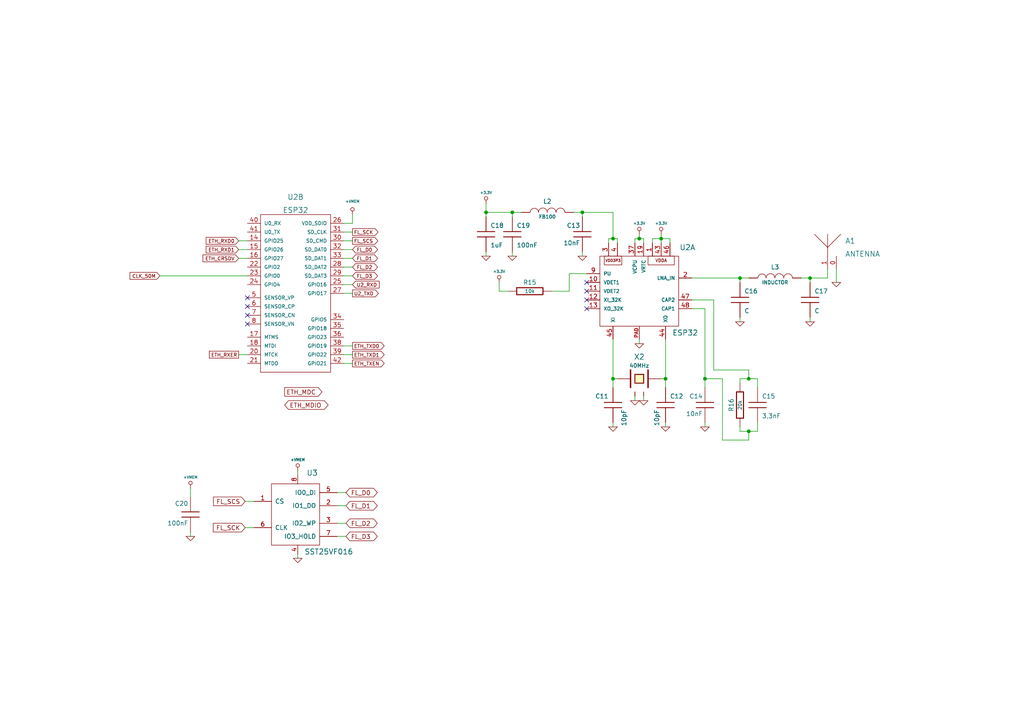
<source format=kicad_sch>
(kicad_sch (version 20211123) (generator eeschema)
  (paper "A4")
  (title_block (title "Cowmotics Aquarea : Processor (and wifi)") (date "2022-01-10") (rev "1") (company "Agilack") (comment 1 "Licence: CC-by-SA"))
  (lib_symbols
    (symbol "cowmotics-aquarea:+3.3V" (power) (pin_names (offset 0))
      (property "Value" "+3.3V" (at 0 2.794 0))
      (symbol "+3.3V_0_0"
        (pin power_in line (at 0 0 90) (length 0) hide (name "+3.3V") (number "1"))
      )
      (symbol "+3.3V_0_1"
        (polyline (pts (xy 0 0) (xy 0 1.016) (xy 0 1.016)))
        (circle (center 0 1.524) (radius 0.508))
      )
    )
    (symbol "cowmotics-aquarea:+VMEM" (power) (pin_names (offset 0))
      (property "Value" "+VMEM" (at 0 2.794 0))
      (symbol "+VMEM_0_0"
        (pin power_in line (at 0 0 90) (length 0) hide (name "+VMEM") (number "1"))
      )
      (symbol "+VMEM_0_1"
        (polyline (pts (xy 0 0) (xy 0 1.016) (xy 0 1.016)))
        (circle (center 0 1.524) (radius 0.508))
      )
    )
    (symbol "cowmotics-aquarea:ANTENNA" (pin_names (offset 1.016))
      (property "Reference" "A" (at 2.54 3.81 0))
      (property "Value" "ANTENNA" (at 0 11.43 0))
      (symbol "ANTENNA_0_1"
        (polyline (pts (xy 0 6.35) (xy 0 10.16)))
        (polyline (pts (xy 0 6.35) (xy 3.81 10.16)))
        (polyline (pts (xy 0 3.81) (xy 0 6.35) (xy 0 6.35)))
        (polyline (pts (xy 0 6.35) (xy -3.81 10.16) (xy -3.81 10.16)))
      )
      (symbol "ANTENNA_1_1"
        (pin input line (at -2.54 0 90) (length 3.81) (name "~") (number "0"))
        (pin input line (at 0 0 90) (length 3.81) (name "~") (number "1"))
      )
    )
    (symbol "cowmotics-aquarea:C" (pin_numbers hide) (pin_names (offset 0.254))
      (property "Reference" "C" (at 1.27 2.54 0))
      (property "Value" "C" (at 1.27 -2.54 0))
      (symbol "C_0_1"
        (polyline (pts (xy -2.54 -0.762) (xy 2.54 -0.762)) (stroke (width 0.254)))
        (polyline (pts (xy -2.54 0.762) (xy 2.54 0.762)) (stroke (width 0.254)))
      )
      (symbol "C_1_1"
        (pin passive line (at 0 5.08 270) (length 4.318) (name "~") (number "1"))
        (pin passive line (at 0 -5.08 90) (length 4.318) (name "~") (number "2"))
      )
    )
    (symbol "cowmotics-aquarea:CRYSTAL4" (pin_numbers hide) (pin_names (offset 1.016) hide)
      (property "Reference" "X" (at 0 6.35 0))
      (property "Value" "CRYSTAL4" (at 0 3.81 0))
      (symbol "CRYSTAL4_0_1"
        (polyline (pts (xy -2.54 2.54) (xy -2.54 -2.54)) (stroke (width 0.4064)))
        (polyline (pts (xy 2.54 2.54) (xy 2.54 -2.54)) (stroke (width 0.4064)))
        (polyline (pts (xy -1.27 1.27) (xy 1.27 1.27) (xy 1.27 -1.27) (xy -1.27 -1.27) (xy -1.27 1.27)) (stroke (width 0.3048)) (fill (type background)))
      )
      (symbol "CRYSTAL4_1_1"
        (pin passive line (at 6.35 0 180) (length 3.81) (name "1") (number "1"))
        (pin passive line (at -1.27 -5.08 90) (length 1.27) (name "2") (number "2"))
        (pin passive line (at -6.35 0 0) (length 3.81) (name "3") (number "3"))
        (pin passive line (at 1.27 -5.08 90) (length 1.27) (name "4") (number "4"))
      )
    )
    (symbol "cowmotics-aquarea:ESP32" (pin_names (offset 1.016))
      (property "Reference" "U" (at 0 24.13 0))
      (property "Value" "ESP32" (at 0 -24.13 0))
      (symbol "ESP32_1_0"
        (rectangle (start -11.43 10.16) (end 11.43 -10.16))
        (rectangle (start -10.16 10.16) (end -5.08 7.62))
        (rectangle (start 2.54 10.16) (end 10.16 7.62))
        (text "VDD3P3" (at -7.62 8.89 0) (effects (font (size 0.762 0.762))))
        (text "VDDA" (at 6.35 8.89 0) (effects (font (size 0.889 0.889))))
      )
      (symbol "ESP32_1_1"
        (pin power_in line (at 3.81 13.97 270) (length 3.81) (name "~") (number "1"))
        (pin input line (at -15.24 2.54 0) (length 3.81) (name "VDET1") (number "10"))
        (pin input line (at -15.24 0 0) (length 3.81) (name "VDET2") (number "11"))
        (pin input line (at -15.24 -2.54 0) (length 3.81) (name "XI_32K") (number "12"))
        (pin input line (at -15.24 -5.08 0) (length 3.81) (name "XO_32K") (number "13"))
        (pin power_in line (at 1.27 13.97 270) (length 3.81) (name "VRTC") (number "19"))
        (pin bidirectional line (at 15.24 3.81 180) (length 3.81) (name "LNA_IN") (number "2"))
        (pin power_in line (at -8.89 13.97 270) (length 3.81) (name "~") (number "3"))
        (pin power_in line (at -1.27 13.97 270) (length 3.81) (name "VCPU") (number "37"))
        (pin power_in line (at -6.35 13.97 270) (length 3.81) (name "~") (number "4"))
        (pin power_in line (at 6.35 13.97 270) (length 3.81) (name "~") (number "43"))
        (pin output line (at 7.62 -13.97 90) (length 3.81) (name "XO") (number "44"))
        (pin input line (at -7.62 -13.97 90) (length 3.81) (name "XI") (number "45"))
        (pin power_in line (at 8.89 13.97 270) (length 3.81) (name "~") (number "46"))
        (pin passive line (at 15.24 -2.54 180) (length 3.81) (name "CAP2") (number "47"))
        (pin passive line (at 15.24 -5.08 180) (length 3.81) (name "CAP1") (number "48"))
        (pin input line (at -15.24 5.08 0) (length 3.81) (name "PU") (number "9"))
        (pin output line (at 0 -13.97 90) (length 3.81) (name "~") (number "PAD"))
      )
      (symbol "ESP32_2_0"
        (rectangle (start -10.16 22.86) (end 10.16 -22.86))
      )
      (symbol "ESP32_2_1"
        (pin bidirectional line (at -13.97 15.24 0) (length 3.81) (name "GPIO25") (number "14"))
        (pin bidirectional line (at -13.97 12.7 0) (length 3.81) (name "GPIO26") (number "15"))
        (pin bidirectional line (at -13.97 10.16 0) (length 3.81) (name "GPIO27") (number "16"))
        (pin bidirectional line (at -13.97 -12.7 0) (length 3.81) (name "MTMS") (number "17"))
        (pin bidirectional line (at -13.97 -15.24 0) (length 3.81) (name "MTDI") (number "18"))
        (pin bidirectional line (at -13.97 -17.78 0) (length 3.81) (name "MTCK") (number "20"))
        (pin bidirectional line (at -13.97 -20.32 0) (length 3.81) (name "MTDO") (number "21"))
        (pin bidirectional line (at -13.97 7.62 0) (length 3.81) (name "GPIO2") (number "22"))
        (pin bidirectional line (at -13.97 5.08 0) (length 3.81) (name "GPIO0") (number "23"))
        (pin bidirectional line (at -13.97 2.54 0) (length 3.81) (name "GPIO4") (number "24"))
        (pin bidirectional line (at 13.97 2.54 180) (length 3.81) (name "GPIO16") (number "25"))
        (pin power_out line (at 13.97 20.32 180) (length 3.81) (name "VDD_SDIO") (number "26"))
        (pin bidirectional line (at 13.97 0 180) (length 3.81) (name "GPIO17") (number "27"))
        (pin bidirectional line (at 13.97 7.62 180) (length 3.81) (name "SD_DAT2") (number "28"))
        (pin bidirectional line (at 13.97 5.08 180) (length 3.81) (name "SD_DAT3") (number "29"))
        (pin bidirectional line (at 13.97 15.24 180) (length 3.81) (name "SD_CMD") (number "30"))
        (pin bidirectional line (at 13.97 17.78 180) (length 3.81) (name "SD_CLK") (number "31"))
        (pin bidirectional line (at 13.97 12.7 180) (length 3.81) (name "SD_DAT0") (number "32"))
        (pin bidirectional line (at 13.97 10.16 180) (length 3.81) (name "SD_DAT1") (number "33"))
        (pin bidirectional line (at 13.97 -7.62 180) (length 3.81) (name "GPIO5") (number "34"))
        (pin bidirectional line (at 13.97 -10.16 180) (length 3.81) (name "GPIO18") (number "35"))
        (pin bidirectional line (at 13.97 -12.7 180) (length 3.81) (name "GPIO23") (number "36"))
        (pin bidirectional line (at 13.97 -15.24 180) (length 3.81) (name "GPIO19") (number "38"))
        (pin bidirectional line (at 13.97 -17.78 180) (length 3.81) (name "GPIO22") (number "39"))
        (pin bidirectional line (at -13.97 20.32 0) (length 3.81) (name "U0_RX") (number "40"))
        (pin bidirectional line (at -13.97 17.78 0) (length 3.81) (name "U0_TX") (number "41"))
        (pin bidirectional line (at 13.97 -20.32 180) (length 3.81) (name "GPIO21") (number "42"))
        (pin input line (at -13.97 -1.27 0) (length 3.81) (name "SENSOR_VP") (number "5"))
        (pin input line (at -13.97 -3.81 0) (length 3.81) (name "SENSOR_CP") (number "6"))
        (pin input line (at -13.97 -6.35 0) (length 3.81) (name "SENSOR_CN") (number "7"))
        (pin input line (at -13.97 -8.89 0) (length 3.81) (name "SENSOR_VN") (number "8"))
      )
    )
    (symbol "cowmotics-aquarea:GND" (power) (pin_names (offset 0))
      (symbol "GND_0_1"
        (polyline (pts (xy -1.27 0) (xy 0 -1.27) (xy 1.27 0) (xy -1.27 0)))
      )
      (symbol "GND_1_1"
        (pin power_in line (at 0 0 90) (length 0) hide (name "GND") (number "1"))
      )
    )
    (symbol "cowmotics-aquarea:INDUCTOR" (pin_numbers hide) (pin_names (offset 1.016) hide)
      (property "Reference" "L" (at -1.27 0 90))
      (property "Value" "INDUCTOR" (at 2.54 0 90))
      (symbol "INDUCTOR_0_1"
        (arc (start 0.0254 -5.0546) (mid 1.245 -3.7973) (end 0.0254 -2.54))
        (arc (start 0.0254 -2.5146) (mid 1.2704 -1.2319) (end 0.0254 0.0508))
        (arc (start 0.0254 0.0254) (mid 1.2704 1.3081) (end 0.0254 2.5908))
        (arc (start 0.0254 2.5654) (mid 1.1942 3.7719) (end 0.0254 4.9784))
      )
      (symbol "INDUCTOR_1_1"
        (pin passive line (at 0 7.62 270) (length 2.54) (name "1") (number "1"))
        (pin passive line (at 0 -7.62 90) (length 2.54) (name "2") (number "2"))
      )
    )
    (symbol "cowmotics-aquarea:R" (pin_numbers hide) (pin_names (offset 0))
      (property "Reference" "R" (at 2.032 0 90))
      (property "Value" "R" (at 0 0 90))
      (symbol "R_0_1"
        (rectangle (start -1.016 3.81) (end 1.016 -3.81) (stroke (width 0.3048)))
      )
      (symbol "R_1_1"
        (pin passive line (at 0 6.35 270) (length 2.54) (name "~") (number "1"))
        (pin passive line (at 0 -6.35 90) (length 2.54) (name "~") (number "2"))
      )
    )
    (symbol "cowmotics-aquarea:SST25VF016" (pin_names (offset 1.016))
      (property "Reference" "U" (at 3.81 11.43 0))
      (property "Value" "SST25VF016" (at 8.89 -11.43 0))
      (symbol "SST25VF016_0_1"
        (rectangle (start 6.35 8.89) (end -7.62 -8.89))
      )
      (symbol "SST25VF016_1_1"
        (pin input line (at -12.7 3.81 0) (length 5.08) (name "CS") (number "1"))
        (pin bidirectional line (at 11.43 2.54 180) (length 5.08) (name "IO1_DO") (number "2"))
        (pin bidirectional line (at 11.43 -2.54 180) (length 5.08) (name "IO2_WP") (number "3"))
        (pin power_in line (at 0 -11.43 90) (length 2.54) (name "~") (number "4"))
        (pin bidirectional line (at 11.43 6.35 180) (length 5.08) (name "IO0_DI") (number "5"))
        (pin input line (at -12.7 -3.81 0) (length 5.08) (name "CLK") (number "6"))
        (pin bidirectional line (at 11.43 -6.35 180) (length 5.08) (name "IO3_HOLD") (number "7"))
        (pin power_in line (at 0 11.43 270) (length 2.54) (name "~") (number "8"))
      )
    )
  )
  (junction (at 177.8 69.215))
  (junction (at 191.77 69.215))
  (junction (at 140.97 61.595))
  (junction (at 177.8 109.855))
  (junction (at 204.47 109.855))
  (junction (at 168.91 61.595))
  (junction (at 234.95 80.645))
  (junction (at 214.63 80.645))
  (junction (at 148.59 61.595))
  (junction (at 193.04 109.855))
  (junction (at 185.42 69.215))
  (junction (at 217.17 125.095))
  (junction (at 217.17 109.855))
  (no_connect (at 71.755 86.36))
  (no_connect (at 71.755 88.9))
  (no_connect (at 71.755 91.44))
  (no_connect (at 71.755 93.98))
  (no_connect (at 170.18 81.915))
  (no_connect (at 170.18 84.455))
  (no_connect (at 170.18 86.995))
  (no_connect (at 170.18 89.535))
  (wire (pts (xy 179.07 69.215) (xy 179.07 70.485)))
  (wire (pts (xy 168.91 62.865) (xy 168.91 61.595)))
  (wire (pts (xy 214.63 92.075) (xy 214.63 93.345)))
  (wire (pts (xy 168.91 73.025) (xy 168.91 74.295)))
  (wire (pts (xy 240.03 78.105) (xy 240.03 80.645)))
  (wire (pts (xy 166.37 61.595) (xy 168.91 61.595)))
  (wire (pts (xy 204.47 109.855) (xy 204.47 89.535)))
  (wire (pts (xy 242.57 78.105) (xy 242.57 81.915)))
  (wire (pts (xy 207.01 86.995) (xy 207.01 107.315)))
  (wire (pts (xy 97.79 146.685) (xy 100.33 146.685)))
  (wire (pts (xy 191.77 69.215) (xy 194.31 69.215)))
  (wire (pts (xy 69.215 74.93) (xy 71.755 74.93)))
  (wire (pts (xy 189.23 70.485) (xy 189.23 69.215)))
  (wire (pts (xy 191.77 67.945) (xy 191.77 69.215)))
  (wire (pts (xy 148.59 73.025) (xy 148.59 74.295)))
  (wire (pts (xy 148.59 61.595) (xy 151.13 61.595)))
  (wire (pts (xy 200.66 86.995) (xy 207.01 86.995)))
  (wire (pts (xy 204.47 122.555) (xy 204.47 123.825)))
  (wire (pts (xy 200.66 80.645) (xy 214.63 80.645)))
  (wire (pts (xy 217.17 107.315) (xy 217.17 109.855)))
  (wire (pts (xy 214.63 123.825) (xy 214.63 125.095)))
  (wire (pts (xy 140.97 73.025) (xy 140.97 74.295)))
  (wire (pts (xy 234.95 92.075) (xy 234.95 93.345)))
  (wire (pts (xy 165.1 79.375) (xy 170.18 79.375)))
  (wire (pts (xy 140.97 61.595) (xy 148.59 61.595)))
  (wire (pts (xy 186.69 114.935) (xy 186.69 116.205)))
  (wire (pts (xy 55.245 141.605) (xy 55.245 144.145)))
  (wire (pts (xy 99.695 105.41) (xy 102.235 105.41)))
  (wire (pts (xy 97.79 151.765) (xy 100.33 151.765)))
  (wire (pts (xy 177.8 69.215) (xy 179.07 69.215)))
  (wire (pts (xy 214.63 80.645) (xy 214.63 81.915)))
  (wire (pts (xy 185.42 98.425) (xy 185.42 99.695)))
  (wire (pts (xy 99.695 82.55) (xy 102.235 82.55)))
  (wire (pts (xy 240.03 80.645) (xy 234.95 80.645)))
  (wire (pts (xy 209.55 109.855) (xy 204.47 109.855)))
  (wire (pts (xy 99.695 72.39) (xy 102.235 72.39)))
  (wire (pts (xy 185.42 69.215) (xy 186.69 69.215)))
  (wire (pts (xy 214.63 109.855) (xy 217.17 109.855)))
  (wire (pts (xy 69.215 102.87) (xy 71.755 102.87)))
  (wire (pts (xy 194.31 69.215) (xy 194.31 70.485)))
  (wire (pts (xy 207.01 107.315) (xy 217.17 107.315)))
  (wire (pts (xy 160.02 84.455) (xy 165.1 84.455)))
  (wire (pts (xy 184.15 70.485) (xy 184.15 69.215)))
  (wire (pts (xy 177.8 98.425) (xy 177.8 109.855)))
  (wire (pts (xy 71.12 145.415) (xy 73.66 145.415)))
  (wire (pts (xy 69.215 72.39) (xy 71.755 72.39)))
  (wire (pts (xy 214.63 125.095) (xy 217.17 125.095)))
  (wire (pts (xy 71.12 153.035) (xy 73.66 153.035)))
  (wire (pts (xy 185.42 67.945) (xy 185.42 69.215)))
  (wire (pts (xy 234.95 80.645) (xy 232.41 80.645)))
  (wire (pts (xy 214.63 111.125) (xy 214.63 109.855)))
  (wire (pts (xy 99.695 100.33) (xy 102.235 100.33)))
  (wire (pts (xy 99.695 80.01) (xy 102.235 80.01)))
  (wire (pts (xy 177.8 122.555) (xy 177.8 123.825)))
  (wire (pts (xy 204.47 112.395) (xy 204.47 109.855)))
  (wire (pts (xy 214.63 80.645) (xy 217.17 80.645)))
  (wire (pts (xy 168.91 61.595) (xy 177.8 61.595)))
  (wire (pts (xy 148.59 62.865) (xy 148.59 61.595)))
  (wire (pts (xy 219.71 109.855) (xy 219.71 112.395)))
  (wire (pts (xy 97.79 155.575) (xy 100.33 155.575)))
  (wire (pts (xy 184.15 69.215) (xy 185.42 69.215)))
  (wire (pts (xy 217.17 127.635) (xy 209.55 127.635)))
  (wire (pts (xy 217.17 125.095) (xy 219.71 125.095)))
  (wire (pts (xy 99.695 69.85) (xy 102.235 69.85)))
  (wire (pts (xy 97.79 142.875) (xy 100.33 142.875)))
  (wire (pts (xy 86.36 136.525) (xy 86.36 137.795)))
  (wire (pts (xy 165.1 84.455) (xy 165.1 79.375)))
  (wire (pts (xy 191.77 69.215) (xy 191.77 70.485)))
  (wire (pts (xy 186.69 69.215) (xy 186.69 70.485)))
  (wire (pts (xy 55.245 154.305) (xy 55.245 155.575)))
  (wire (pts (xy 99.695 102.87) (xy 102.235 102.87)))
  (wire (pts (xy 193.04 109.855) (xy 193.04 112.395)))
  (wire (pts (xy 193.04 109.855) (xy 191.77 109.855)))
  (wire (pts (xy 102.235 62.23) (xy 102.235 64.77)))
  (wire (pts (xy 189.23 69.215) (xy 191.77 69.215)))
  (wire (pts (xy 144.78 81.915) (xy 144.78 84.455)))
  (wire (pts (xy 86.36 160.655) (xy 86.36 161.925)))
  (wire (pts (xy 217.17 109.855) (xy 219.71 109.855)))
  (wire (pts (xy 217.17 125.095) (xy 217.17 127.635)))
  (wire (pts (xy 144.78 84.455) (xy 147.32 84.455)))
  (wire (pts (xy 140.97 62.865) (xy 140.97 61.595)))
  (wire (pts (xy 99.695 77.47) (xy 102.235 77.47)))
  (wire (pts (xy 177.8 109.855) (xy 177.8 112.395)))
  (wire (pts (xy 99.695 67.31) (xy 102.235 67.31)))
  (wire (pts (xy 176.53 70.485) (xy 176.53 69.215)))
  (wire (pts (xy 46.355 80.01) (xy 71.755 80.01)))
  (wire (pts (xy 193.04 98.425) (xy 193.04 109.855)))
  (wire (pts (xy 204.47 89.535) (xy 200.66 89.535)))
  (wire (pts (xy 99.695 85.09) (xy 102.235 85.09)))
  (wire (pts (xy 69.215 69.85) (xy 71.755 69.85)))
  (wire (pts (xy 99.695 74.93) (xy 102.235 74.93)))
  (wire (pts (xy 177.8 61.595) (xy 177.8 69.215)))
  (wire (pts (xy 234.95 81.915) (xy 234.95 80.645)))
  (wire (pts (xy 102.235 64.77) (xy 99.695 64.77)))
  (wire (pts (xy 176.53 69.215) (xy 177.8 69.215)))
  (wire (pts (xy 209.55 127.635) (xy 209.55 109.855)))
  (wire (pts (xy 177.8 109.855) (xy 179.07 109.855)))
  (wire (pts (xy 219.71 125.095) (xy 219.71 122.555)))
  (wire (pts (xy 184.15 114.935) (xy 184.15 116.205)))
  (wire (pts (xy 140.97 59.055) (xy 140.97 61.595)))
  (wire (pts (xy 193.04 122.555) (xy 193.04 123.825)))
  (global_label "FL_SCS" (shape output) (at 102.235 69.85 0) (effects (font (size 1.016 1.016))) (property "Intersheet References" "${INTERSHEET_REFS}" (effects hide)))
  (global_label "FL_SCS" (shape input) (at 71.12 145.415 180) (property "Intersheet References" "${INTERSHEET_REFS}" (effects hide)))
  (global_label "ETH_MDIO" (shape bidirectional) (at 82.55 117.475 0) (property "Intersheet References" "${INTERSHEET_REFS}" (effects hide)))
  (global_label "ETH_TXD1" (shape output) (at 102.235 102.87 0) (effects (font (size 1.016 1.016))) (property "Intersheet References" "${INTERSHEET_REFS}" (effects hide)))
  (global_label "CLK_50M" (shape input) (at 46.355 80.01 180) (effects (font (size 1.016 1.016))) (property "Intersheet References" "${INTERSHEET_REFS}" (effects hide)))
  (global_label "FL_D1" (shape bidirectional) (at 102.235 74.93 0) (effects (font (size 1.016 1.016))) (property "Intersheet References" "${INTERSHEET_REFS}" (effects hide)))
  (global_label "ETH_TXD0" (shape output) (at 102.235 100.33 0) (effects (font (size 1.016 1.016))) (property "Intersheet References" "${INTERSHEET_REFS}" (effects hide)))
  (global_label "FL_D2" (shape bidirectional) (at 102.235 77.47 0) (effects (font (size 1.016 1.016))) (property "Intersheet References" "${INTERSHEET_REFS}" (effects hide)))
  (global_label "U2_TXD" (shape output) (at 102.235 85.09 0) (effects (font (size 1.016 1.016))) (property "Intersheet References" "${INTERSHEET_REFS}" (effects hide)))
  (global_label "ETH_CRSDV" (shape input) (at 69.215 74.93 180) (effects (font (size 1.016 1.016))) (property "Intersheet References" "${INTERSHEET_REFS}" (effects hide)))
  (global_label "ETH_RXD1" (shape input) (at 69.215 72.39 180) (effects (font (size 1.016 1.016))) (property "Intersheet References" "${INTERSHEET_REFS}" (effects hide)))
  (global_label "ETH_MDC" (shape output) (at 82.55 113.665 0) (property "Intersheet References" "${INTERSHEET_REFS}" (effects hide)))
  (global_label "ETH_TXEN" (shape output) (at 102.235 105.41 0) (effects (font (size 1.016 1.016))) (property "Intersheet References" "${INTERSHEET_REFS}" (effects hide)))
  (global_label "FL_D0" (shape bidirectional) (at 102.235 72.39 0) (effects (font (size 1.016 1.016))) (property "Intersheet References" "${INTERSHEET_REFS}" (effects hide)))
  (global_label "U2_RXD" (shape input) (at 102.235 82.55 0) (effects (font (size 1.016 1.016))) (property "Intersheet References" "${INTERSHEET_REFS}" (effects hide)))
  (global_label "FL_SCK" (shape input) (at 71.12 153.035 180) (property "Intersheet References" "${INTERSHEET_REFS}" (effects hide)))
  (global_label "FL_SCK" (shape output) (at 102.235 67.31 0) (effects (font (size 1.016 1.016))) (property "Intersheet References" "${INTERSHEET_REFS}" (effects hide)))
  (global_label "FL_D2" (shape bidirectional) (at 100.33 151.765 0) (property "Intersheet References" "${INTERSHEET_REFS}" (effects hide)))
  (global_label "ETH_RXER" (shape passive) (at 69.215 102.87 180) (effects (font (size 1.016 1.016))) (property "Intersheet References" "${INTERSHEET_REFS}" (effects hide)))
  (global_label "ETH_RXD0" (shape input) (at 69.215 69.85 180) (effects (font (size 1.016 1.016))) (property "Intersheet References" "${INTERSHEET_REFS}" (effects hide)))
  (global_label "FL_D3" (shape bidirectional) (at 100.33 155.575 0) (property "Intersheet References" "${INTERSHEET_REFS}" (effects hide)))
  (global_label "FL_D1" (shape bidirectional) (at 100.33 146.685 0) (property "Intersheet References" "${INTERSHEET_REFS}" (effects hide)))
  (global_label "FL_D0" (shape bidirectional) (at 100.33 142.875 0) (property "Intersheet References" "${INTERSHEET_REFS}" (effects hide)))
  (global_label "FL_D3" (shape bidirectional) (at 102.235 80.01 0) (effects (font (size 1.016 1.016))) (property "Intersheet References" "${INTERSHEET_REFS}" (effects hide)))
  (symbol (lib_id "cowmotics-aquarea:C") (at 204.47 117.475 0) (unit 1)
    (property "Reference" "C14" (at 203.835 114.935 0) (effects (justify right)))
    (property "Value" "10nF" (at 203.835 120.015 0) (effects (justify right)))
    (property "Footprint" "cowmotics-aquarea:SMD0603" (effects hide))
  )
  (symbol (lib_id "cowmotics-aquarea:INDUCTOR") (at 224.79 80.645 90) (unit 1)
    (property "Reference" "L3" (at 224.79 77.47 90))
    (property "Value" "INDUCTOR" (at 224.79 81.915 90) (effects (font (size 1.016 1.016))))
    (property "Footprint" "cowmotics-aquarea:SMD0603" (effects hide))
  )
  (symbol (lib_id "cowmotics-aquarea:R") (at 153.67 84.455 90) (unit 1)
    (property "Reference" "R15" (at 153.67 81.915 90))
    (property "Value" "10k" (at 153.67 84.455 90) (effects (font (size 1.016 1.016))))
    (property "Footprint" "cowmotics-aquarea:SMD0603" (effects hide))
  )
  (symbol (lib_id "cowmotics-aquarea:GND") (at 86.36 161.925 0) (unit 1)
    (property "Reference" "#PWR0142" (effects hide))
    (property "Value" "GND" (effects hide))
  )
  (symbol (lib_id "cowmotics-aquarea:C") (at 219.71 117.475 0) (unit 1)
    (property "Reference" "C15" (at 220.98 114.935 0) (effects (justify left)))
    (property "Value" "3,3nF" (at 220.98 120.65 0) (effects (justify left)))
    (property "Footprint" "cowmotics-aquarea:SMD0603" (effects hide))
  )
  (symbol (lib_id "cowmotics-aquarea:C") (at 193.04 117.475 0) (unit 1)
    (property "Reference" "C12" (at 194.31 114.935 0) (effects (justify left)))
    (property "Value" "10pF" (at 190.5 118.745 90) (effects (justify right)))
    (property "Footprint" "cowmotics-aquarea:SMD0603" (effects hide))
  )
  (symbol (lib_id "cowmotics-aquarea:GND") (at 140.97 74.295 0) (unit 1)
    (property "Reference" "#PWR0140" (effects hide))
    (property "Value" "GND" (effects hide))
  )
  (symbol (lib_id "cowmotics-aquarea:C") (at 214.63 86.995 0) (unit 1)
    (property "Reference" "C16" (at 215.9 84.455 0) (effects (justify left)))
    (property "Value" "C" (at 215.9 90.17 0) (effects (justify left)))
    (property "Footprint" "cowmotics-aquarea:SMD0603" (effects hide))
  )
  (symbol (lib_id "cowmotics-aquarea:+3.3V") (at 185.42 67.945 0) (unit 1)
    (property "Reference" "#PWR0133" (effects hide))
    (property "Value" "+3.3V" (at 185.42 64.77 0) (effects (font (size 0.762 0.762))))
  )
  (symbol (lib_id "cowmotics-aquarea:GND") (at 184.15 116.205 0) (unit 1)
    (property "Reference" "#PWR0129" (effects hide))
    (property "Value" "GND" (effects hide))
  )
  (symbol (lib_id "cowmotics-aquarea:INDUCTOR") (at 158.75 61.595 90) (unit 1)
    (property "Reference" "L2" (at 158.75 58.42 90))
    (property "Value" "FB100" (at 158.75 62.865 90) (effects (font (size 1.016 1.016))))
    (property "Footprint" "cowmotics-aquarea:SMD0603" (effects hide))
  )
  (symbol (lib_id "cowmotics-aquarea:GND") (at 204.47 123.825 0) (unit 1)
    (property "Reference" "#PWR0136" (effects hide))
    (property "Value" "GND" (effects hide))
  )
  (symbol (lib_id "cowmotics-aquarea:ESP32") (at 185.42 84.455 0) (unit 1)
    (property "Reference" "U2" (at 199.39 71.755 0) (effects (font (size 1.524 1.524))))
    (property "Value" "ESP32" (at 198.755 96.52 0) (effects (font (size 1.524 1.524))))
    (property "Footprint" "cowmotics-aquarea:QFN48-04" (effects hide))
  )
  (symbol (lib_id "cowmotics-aquarea:GND") (at 214.63 93.345 0) (unit 1)
    (property "Reference" "#PWR0131" (effects hide))
    (property "Value" "GND" (effects hide))
  )
  (symbol (lib_id "cowmotics-aquarea:+VMEM") (at 86.36 136.525 0) (unit 1)
    (property "Reference" "#PWR0143" (effects hide))
    (property "Value" "+VMEM" (at 86.36 133.35 0) (effects (font (size 0.762 0.762))))
  )
  (symbol (lib_id "cowmotics-aquarea:GND") (at 242.57 81.915 0) (unit 1)
    (property "Reference" "#PWR0137" (effects hide))
    (property "Value" "GND" (effects hide))
  )
  (symbol (lib_id "cowmotics-aquarea:ESP32") (at 85.725 85.09 0) (unit 2)
    (property "Reference" "U2" (at 85.725 57.15 0) (effects (font (size 1.524 1.524))))
    (property "Value" "ESP32" (at 85.725 60.96 0) (effects (font (size 1.524 1.524))))
    (property "Footprint" "cowmotics-aquarea:QFN48-04" (effects hide))
  )
  (symbol (lib_id "cowmotics-aquarea:+VMEM") (at 102.235 62.23 0) (unit 1)
    (property "Reference" "#PWR0144" (effects hide))
    (property "Value" "+VMEM" (at 102.235 58.42 0) (effects (font (size 0.762 0.762))))
  )
  (symbol (lib_id "cowmotics-aquarea:C") (at 148.59 67.945 0) (unit 1)
    (property "Reference" "C19" (at 149.86 65.405 0) (effects (justify left)))
    (property "Value" "100nF" (at 149.86 71.12 0) (effects (justify left)))
    (property "Footprint" "cowmotics-aquarea:SMD0603" (effects hide))
  )
  (symbol (lib_id "cowmotics-aquarea:GND") (at 186.69 116.205 0) (unit 1)
    (property "Reference" "#PWR0130" (effects hide))
    (property "Value" "GND" (effects hide))
  )
  (symbol (lib_id "cowmotics-aquarea:+3.3V") (at 144.78 81.915 0) (unit 1)
    (property "Reference" "#PWR0132" (effects hide))
    (property "Value" "+3.3V" (at 144.78 78.74 0) (effects (font (size 0.762 0.762))))
  )
  (symbol (lib_id "cowmotics-aquarea:C") (at 55.245 149.225 0) (unit 1)
    (property "Reference" "C20" (at 54.61 146.05 0) (effects (justify right)))
    (property "Value" "100nF" (at 54.61 151.765 0) (effects (justify right)))
    (property "Footprint" "cowmotics-aquarea:SMD0603" (effects hide))
  )
  (symbol (lib_id "cowmotics-aquarea:GND") (at 168.91 74.295 0) (unit 1)
    (property "Reference" "#PWR0135" (effects hide))
    (property "Value" "GND" (effects hide))
  )
  (symbol (lib_id "cowmotics-aquarea:GND") (at 185.42 99.695 0) (unit 1)
    (property "Reference" "#PWR0126" (effects hide))
    (property "Value" "GND" (effects hide))
  )
  (symbol (lib_id "cowmotics-aquarea:C") (at 140.97 67.945 0) (unit 1)
    (property "Reference" "C18" (at 142.24 65.405 0) (effects (justify left)))
    (property "Value" "1uF" (at 142.24 71.12 0) (effects (justify left)))
    (property "Footprint" "cowmotics-aquarea:SMD0603" (effects hide))
  )
  (symbol (lib_id "cowmotics-aquarea:+VMEM") (at 55.245 141.605 0) (unit 1)
    (property "Reference" "#PWR0145" (effects hide))
    (property "Value" "+VMEM" (at 55.245 138.43 0) (effects (font (size 0.762 0.762))))
  )
  (symbol (lib_id "cowmotics-aquarea:+3.3V") (at 191.77 67.945 0) (unit 1)
    (property "Reference" "#PWR0134" (effects hide))
    (property "Value" "+3.3V" (at 191.77 64.77 0) (effects (font (size 0.762 0.762))))
  )
  (symbol (lib_id "cowmotics-aquarea:R") (at 214.63 117.475 0) (unit 1)
    (property "Reference" "R16" (at 212.09 117.475 90))
    (property "Value" "20k" (at 214.63 117.475 90) (effects (font (size 1.016 1.016))))
    (property "Footprint" "cowmotics-aquarea:SMD0603" (effects hide))
  )
  (symbol (lib_id "cowmotics-aquarea:GND") (at 234.95 93.345 0) (unit 1)
    (property "Reference" "#PWR0138" (effects hide))
    (property "Value" "GND" (effects hide))
  )
  (symbol (lib_id "cowmotics-aquarea:C") (at 177.8 117.475 0) (unit 1)
    (property "Reference" "C11" (at 176.53 114.935 0) (effects (justify right)))
    (property "Value" "10pF" (at 180.975 118.745 90) (effects (justify right)))
    (property "Footprint" "cowmotics-aquarea:SMD0603" (effects hide))
  )
  (symbol (lib_id "cowmotics-aquarea:GND") (at 193.04 123.825 0) (unit 1)
    (property "Reference" "#PWR0128" (effects hide))
    (property "Value" "GND" (effects hide))
  )
  (symbol (lib_id "cowmotics-aquarea:CRYSTAL4") (at 185.42 109.855 0) (unit 1)
    (property "Reference" "X2" (at 185.42 103.505 0) (effects (font (size 1.524 1.524))))
    (property "Value" "40MHz" (at 185.42 106.045 0) (effects (font (size 1.143 1.143))))
    (property "Footprint" "cowmotics-aquarea:Q_3.2x2.5" (effects hide))
  )
  (symbol (lib_id "cowmotics-aquarea:GND") (at 148.59 74.295 0) (unit 1)
    (property "Reference" "#PWR0141" (effects hide))
    (property "Value" "GND" (effects hide))
  )
  (symbol (lib_id "cowmotics-aquarea:C") (at 234.95 86.995 0) (unit 1)
    (property "Reference" "C17" (at 236.22 84.455 0) (effects (justify left)))
    (property "Value" "C" (at 236.22 90.17 0) (effects (justify left)))
    (property "Footprint" "cowmotics-aquarea:SMD0603" (effects hide))
  )
  (symbol (lib_id "cowmotics-aquarea:C") (at 168.91 67.945 0) (unit 1)
    (property "Reference" "C13" (at 168.275 65.405 0) (effects (justify right)))
    (property "Value" "10nF" (at 168.275 70.485 0) (effects (justify right)))
    (property "Footprint" "cowmotics-aquarea:SMD0603" (effects hide))
  )
  (symbol (lib_id "cowmotics-aquarea:ANTENNA") (at 240.03 78.105 0) (mirror y) (unit 1)
    (property "Reference" "A1" (at 245.11 69.85 0) (effects (font (size 1.524 1.524)) (justify right)))
    (property "Value" "ANTENNA" (at 245.11 73.66 0) (effects (font (size 1.524 1.524)) (justify right)))
  )
  (symbol (lib_id "cowmotics-aquarea:GND") (at 177.8 123.825 0) (unit 1)
    (property "Reference" "#PWR0127" (effects hide))
    (property "Value" "GND" (effects hide))
  )
  (symbol (lib_id "cowmotics-aquarea:SST25VF016") (at 86.36 149.225 0) (unit 1)
    (property "Reference" "U3" (at 88.9 137.16 0) (effects (font (size 1.524 1.524)) (justify left)))
    (property "Value" "SST25VF016" (at 88.265 160.02 0) (effects (font (size 1.524 1.524)) (justify left)))
    (property "Footprint" "cowmotics-aquarea:SOIC-8" (effects hide))
  )
  (symbol (lib_id "cowmotics-aquarea:+3.3V") (at 140.97 59.055 0) (unit 1)
    (property "Reference" "#PWR0139" (effects hide))
    (property "Value" "+3.3V" (at 140.97 55.88 0) (effects (font (size 0.762 0.762))))
  )
  (symbol (lib_id "cowmotics-aquarea:GND") (at 55.245 155.575 0) (unit 1)
    (property "Reference" "#PWR0146" (effects hide))
    (property "Value" "GND" (effects hide))
  )
)
</source>
